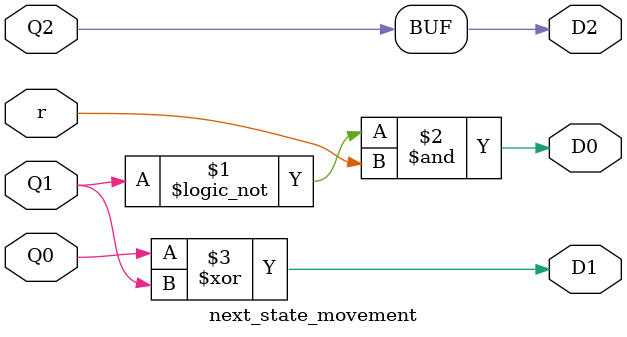
<source format=sv>
/*
Next State
*/
module next_state_movement(input Q2, Q1, Q0, r, output D2, D1, D0);

// FALTA

assign D0 = !Q1 & r;
assign D1 = Q0 ^ Q1;
assign D2 = Q2;

endmodule

</source>
